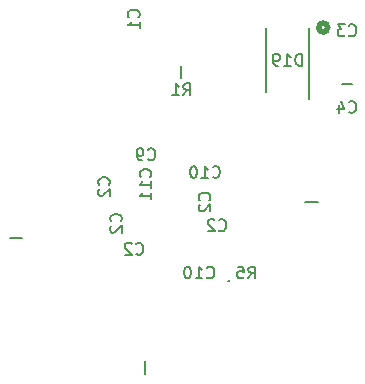
<source format=gbr>
%TF.GenerationSoftware,KiCad,Pcbnew,9.0.6*%
%TF.CreationDate,2025-12-07T19:21:49-08:00*%
%TF.ProjectId,redstone_lamp,72656473-746f-46e6-955f-6c616d702e6b,rev?*%
%TF.SameCoordinates,Original*%
%TF.FileFunction,Legend,Bot*%
%TF.FilePolarity,Positive*%
%FSLAX46Y46*%
G04 Gerber Fmt 4.6, Leading zero omitted, Abs format (unit mm)*
G04 Created by KiCad (PCBNEW 9.0.6) date 2025-12-07 19:21:49*
%MOMM*%
%LPD*%
G01*
G04 APERTURE LIST*
%ADD10C,0.150000*%
%ADD11C,0.508000*%
%ADD12C,0.200000*%
G04 APERTURE END LIST*
D10*
X130359580Y-52033333D02*
X130407200Y-51985714D01*
X130407200Y-51985714D02*
X130454819Y-51842857D01*
X130454819Y-51842857D02*
X130454819Y-51747619D01*
X130454819Y-51747619D02*
X130407200Y-51604762D01*
X130407200Y-51604762D02*
X130311961Y-51509524D01*
X130311961Y-51509524D02*
X130216723Y-51461905D01*
X130216723Y-51461905D02*
X130026247Y-51414286D01*
X130026247Y-51414286D02*
X129883390Y-51414286D01*
X129883390Y-51414286D02*
X129692914Y-51461905D01*
X129692914Y-51461905D02*
X129597676Y-51509524D01*
X129597676Y-51509524D02*
X129502438Y-51604762D01*
X129502438Y-51604762D02*
X129454819Y-51747619D01*
X129454819Y-51747619D02*
X129454819Y-51842857D01*
X129454819Y-51842857D02*
X129502438Y-51985714D01*
X129502438Y-51985714D02*
X129550057Y-52033333D01*
X129550057Y-52414286D02*
X129502438Y-52461905D01*
X129502438Y-52461905D02*
X129454819Y-52557143D01*
X129454819Y-52557143D02*
X129454819Y-52795238D01*
X129454819Y-52795238D02*
X129502438Y-52890476D01*
X129502438Y-52890476D02*
X129550057Y-52938095D01*
X129550057Y-52938095D02*
X129645295Y-52985714D01*
X129645295Y-52985714D02*
X129740533Y-52985714D01*
X129740533Y-52985714D02*
X129883390Y-52938095D01*
X129883390Y-52938095D02*
X130454819Y-52366667D01*
X130454819Y-52366667D02*
X130454819Y-52985714D01*
X138859580Y-53333333D02*
X138907200Y-53285714D01*
X138907200Y-53285714D02*
X138954819Y-53142857D01*
X138954819Y-53142857D02*
X138954819Y-53047619D01*
X138954819Y-53047619D02*
X138907200Y-52904762D01*
X138907200Y-52904762D02*
X138811961Y-52809524D01*
X138811961Y-52809524D02*
X138716723Y-52761905D01*
X138716723Y-52761905D02*
X138526247Y-52714286D01*
X138526247Y-52714286D02*
X138383390Y-52714286D01*
X138383390Y-52714286D02*
X138192914Y-52761905D01*
X138192914Y-52761905D02*
X138097676Y-52809524D01*
X138097676Y-52809524D02*
X138002438Y-52904762D01*
X138002438Y-52904762D02*
X137954819Y-53047619D01*
X137954819Y-53047619D02*
X137954819Y-53142857D01*
X137954819Y-53142857D02*
X138002438Y-53285714D01*
X138002438Y-53285714D02*
X138050057Y-53333333D01*
X138050057Y-53714286D02*
X138002438Y-53761905D01*
X138002438Y-53761905D02*
X137954819Y-53857143D01*
X137954819Y-53857143D02*
X137954819Y-54095238D01*
X137954819Y-54095238D02*
X138002438Y-54190476D01*
X138002438Y-54190476D02*
X138050057Y-54238095D01*
X138050057Y-54238095D02*
X138145295Y-54285714D01*
X138145295Y-54285714D02*
X138240533Y-54285714D01*
X138240533Y-54285714D02*
X138383390Y-54238095D01*
X138383390Y-54238095D02*
X138954819Y-53666667D01*
X138954819Y-53666667D02*
X138954819Y-54285714D01*
X132859580Y-37833333D02*
X132907200Y-37785714D01*
X132907200Y-37785714D02*
X132954819Y-37642857D01*
X132954819Y-37642857D02*
X132954819Y-37547619D01*
X132954819Y-37547619D02*
X132907200Y-37404762D01*
X132907200Y-37404762D02*
X132811961Y-37309524D01*
X132811961Y-37309524D02*
X132716723Y-37261905D01*
X132716723Y-37261905D02*
X132526247Y-37214286D01*
X132526247Y-37214286D02*
X132383390Y-37214286D01*
X132383390Y-37214286D02*
X132192914Y-37261905D01*
X132192914Y-37261905D02*
X132097676Y-37309524D01*
X132097676Y-37309524D02*
X132002438Y-37404762D01*
X132002438Y-37404762D02*
X131954819Y-37547619D01*
X131954819Y-37547619D02*
X131954819Y-37642857D01*
X131954819Y-37642857D02*
X132002438Y-37785714D01*
X132002438Y-37785714D02*
X132050057Y-37833333D01*
X132954819Y-38785714D02*
X132954819Y-38214286D01*
X132954819Y-38500000D02*
X131954819Y-38500000D01*
X131954819Y-38500000D02*
X132097676Y-38404762D01*
X132097676Y-38404762D02*
X132192914Y-38309524D01*
X132192914Y-38309524D02*
X132240533Y-38214286D01*
X132666666Y-57859580D02*
X132714285Y-57907200D01*
X132714285Y-57907200D02*
X132857142Y-57954819D01*
X132857142Y-57954819D02*
X132952380Y-57954819D01*
X132952380Y-57954819D02*
X133095237Y-57907200D01*
X133095237Y-57907200D02*
X133190475Y-57811961D01*
X133190475Y-57811961D02*
X133238094Y-57716723D01*
X133238094Y-57716723D02*
X133285713Y-57526247D01*
X133285713Y-57526247D02*
X133285713Y-57383390D01*
X133285713Y-57383390D02*
X133238094Y-57192914D01*
X133238094Y-57192914D02*
X133190475Y-57097676D01*
X133190475Y-57097676D02*
X133095237Y-57002438D01*
X133095237Y-57002438D02*
X132952380Y-56954819D01*
X132952380Y-56954819D02*
X132857142Y-56954819D01*
X132857142Y-56954819D02*
X132714285Y-57002438D01*
X132714285Y-57002438D02*
X132666666Y-57050057D01*
X132285713Y-57050057D02*
X132238094Y-57002438D01*
X132238094Y-57002438D02*
X132142856Y-56954819D01*
X132142856Y-56954819D02*
X131904761Y-56954819D01*
X131904761Y-56954819D02*
X131809523Y-57002438D01*
X131809523Y-57002438D02*
X131761904Y-57050057D01*
X131761904Y-57050057D02*
X131714285Y-57145295D01*
X131714285Y-57145295D02*
X131714285Y-57240533D01*
X131714285Y-57240533D02*
X131761904Y-57383390D01*
X131761904Y-57383390D02*
X132333332Y-57954819D01*
X132333332Y-57954819D02*
X131714285Y-57954819D01*
X133666666Y-49859580D02*
X133714285Y-49907200D01*
X133714285Y-49907200D02*
X133857142Y-49954819D01*
X133857142Y-49954819D02*
X133952380Y-49954819D01*
X133952380Y-49954819D02*
X134095237Y-49907200D01*
X134095237Y-49907200D02*
X134190475Y-49811961D01*
X134190475Y-49811961D02*
X134238094Y-49716723D01*
X134238094Y-49716723D02*
X134285713Y-49526247D01*
X134285713Y-49526247D02*
X134285713Y-49383390D01*
X134285713Y-49383390D02*
X134238094Y-49192914D01*
X134238094Y-49192914D02*
X134190475Y-49097676D01*
X134190475Y-49097676D02*
X134095237Y-49002438D01*
X134095237Y-49002438D02*
X133952380Y-48954819D01*
X133952380Y-48954819D02*
X133857142Y-48954819D01*
X133857142Y-48954819D02*
X133714285Y-49002438D01*
X133714285Y-49002438D02*
X133666666Y-49050057D01*
X133190475Y-49954819D02*
X132999999Y-49954819D01*
X132999999Y-49954819D02*
X132904761Y-49907200D01*
X132904761Y-49907200D02*
X132857142Y-49859580D01*
X132857142Y-49859580D02*
X132761904Y-49716723D01*
X132761904Y-49716723D02*
X132714285Y-49526247D01*
X132714285Y-49526247D02*
X132714285Y-49145295D01*
X132714285Y-49145295D02*
X132761904Y-49050057D01*
X132761904Y-49050057D02*
X132809523Y-49002438D01*
X132809523Y-49002438D02*
X132904761Y-48954819D01*
X132904761Y-48954819D02*
X133095237Y-48954819D01*
X133095237Y-48954819D02*
X133190475Y-49002438D01*
X133190475Y-49002438D02*
X133238094Y-49050057D01*
X133238094Y-49050057D02*
X133285713Y-49145295D01*
X133285713Y-49145295D02*
X133285713Y-49383390D01*
X133285713Y-49383390D02*
X133238094Y-49478628D01*
X133238094Y-49478628D02*
X133190475Y-49526247D01*
X133190475Y-49526247D02*
X133095237Y-49573866D01*
X133095237Y-49573866D02*
X132904761Y-49573866D01*
X132904761Y-49573866D02*
X132809523Y-49526247D01*
X132809523Y-49526247D02*
X132761904Y-49478628D01*
X132761904Y-49478628D02*
X132714285Y-49383390D01*
X136666666Y-44454819D02*
X136999999Y-43978628D01*
X137238094Y-44454819D02*
X137238094Y-43454819D01*
X137238094Y-43454819D02*
X136857142Y-43454819D01*
X136857142Y-43454819D02*
X136761904Y-43502438D01*
X136761904Y-43502438D02*
X136714285Y-43550057D01*
X136714285Y-43550057D02*
X136666666Y-43645295D01*
X136666666Y-43645295D02*
X136666666Y-43788152D01*
X136666666Y-43788152D02*
X136714285Y-43883390D01*
X136714285Y-43883390D02*
X136761904Y-43931009D01*
X136761904Y-43931009D02*
X136857142Y-43978628D01*
X136857142Y-43978628D02*
X137238094Y-43978628D01*
X135714285Y-44454819D02*
X136285713Y-44454819D01*
X135999999Y-44454819D02*
X135999999Y-43454819D01*
X135999999Y-43454819D02*
X136095237Y-43597676D01*
X136095237Y-43597676D02*
X136190475Y-43692914D01*
X136190475Y-43692914D02*
X136285713Y-43740533D01*
X150666666Y-39359580D02*
X150714285Y-39407200D01*
X150714285Y-39407200D02*
X150857142Y-39454819D01*
X150857142Y-39454819D02*
X150952380Y-39454819D01*
X150952380Y-39454819D02*
X151095237Y-39407200D01*
X151095237Y-39407200D02*
X151190475Y-39311961D01*
X151190475Y-39311961D02*
X151238094Y-39216723D01*
X151238094Y-39216723D02*
X151285713Y-39026247D01*
X151285713Y-39026247D02*
X151285713Y-38883390D01*
X151285713Y-38883390D02*
X151238094Y-38692914D01*
X151238094Y-38692914D02*
X151190475Y-38597676D01*
X151190475Y-38597676D02*
X151095237Y-38502438D01*
X151095237Y-38502438D02*
X150952380Y-38454819D01*
X150952380Y-38454819D02*
X150857142Y-38454819D01*
X150857142Y-38454819D02*
X150714285Y-38502438D01*
X150714285Y-38502438D02*
X150666666Y-38550057D01*
X150333332Y-38454819D02*
X149714285Y-38454819D01*
X149714285Y-38454819D02*
X150047618Y-38835771D01*
X150047618Y-38835771D02*
X149904761Y-38835771D01*
X149904761Y-38835771D02*
X149809523Y-38883390D01*
X149809523Y-38883390D02*
X149761904Y-38931009D01*
X149761904Y-38931009D02*
X149714285Y-39026247D01*
X149714285Y-39026247D02*
X149714285Y-39264342D01*
X149714285Y-39264342D02*
X149761904Y-39359580D01*
X149761904Y-39359580D02*
X149809523Y-39407200D01*
X149809523Y-39407200D02*
X149904761Y-39454819D01*
X149904761Y-39454819D02*
X150190475Y-39454819D01*
X150190475Y-39454819D02*
X150285713Y-39407200D01*
X150285713Y-39407200D02*
X150333332Y-39359580D01*
X146714285Y-41954819D02*
X146714285Y-40954819D01*
X146714285Y-40954819D02*
X146476190Y-40954819D01*
X146476190Y-40954819D02*
X146333333Y-41002438D01*
X146333333Y-41002438D02*
X146238095Y-41097676D01*
X146238095Y-41097676D02*
X146190476Y-41192914D01*
X146190476Y-41192914D02*
X146142857Y-41383390D01*
X146142857Y-41383390D02*
X146142857Y-41526247D01*
X146142857Y-41526247D02*
X146190476Y-41716723D01*
X146190476Y-41716723D02*
X146238095Y-41811961D01*
X146238095Y-41811961D02*
X146333333Y-41907200D01*
X146333333Y-41907200D02*
X146476190Y-41954819D01*
X146476190Y-41954819D02*
X146714285Y-41954819D01*
X145190476Y-41954819D02*
X145761904Y-41954819D01*
X145476190Y-41954819D02*
X145476190Y-40954819D01*
X145476190Y-40954819D02*
X145571428Y-41097676D01*
X145571428Y-41097676D02*
X145666666Y-41192914D01*
X145666666Y-41192914D02*
X145761904Y-41240533D01*
X144714285Y-41954819D02*
X144523809Y-41954819D01*
X144523809Y-41954819D02*
X144428571Y-41907200D01*
X144428571Y-41907200D02*
X144380952Y-41859580D01*
X144380952Y-41859580D02*
X144285714Y-41716723D01*
X144285714Y-41716723D02*
X144238095Y-41526247D01*
X144238095Y-41526247D02*
X144238095Y-41145295D01*
X144238095Y-41145295D02*
X144285714Y-41050057D01*
X144285714Y-41050057D02*
X144333333Y-41002438D01*
X144333333Y-41002438D02*
X144428571Y-40954819D01*
X144428571Y-40954819D02*
X144619047Y-40954819D01*
X144619047Y-40954819D02*
X144714285Y-41002438D01*
X144714285Y-41002438D02*
X144761904Y-41050057D01*
X144761904Y-41050057D02*
X144809523Y-41145295D01*
X144809523Y-41145295D02*
X144809523Y-41383390D01*
X144809523Y-41383390D02*
X144761904Y-41478628D01*
X144761904Y-41478628D02*
X144714285Y-41526247D01*
X144714285Y-41526247D02*
X144619047Y-41573866D01*
X144619047Y-41573866D02*
X144428571Y-41573866D01*
X144428571Y-41573866D02*
X144333333Y-41526247D01*
X144333333Y-41526247D02*
X144285714Y-41478628D01*
X144285714Y-41478628D02*
X144238095Y-41383390D01*
X131359580Y-55133333D02*
X131407200Y-55085714D01*
X131407200Y-55085714D02*
X131454819Y-54942857D01*
X131454819Y-54942857D02*
X131454819Y-54847619D01*
X131454819Y-54847619D02*
X131407200Y-54704762D01*
X131407200Y-54704762D02*
X131311961Y-54609524D01*
X131311961Y-54609524D02*
X131216723Y-54561905D01*
X131216723Y-54561905D02*
X131026247Y-54514286D01*
X131026247Y-54514286D02*
X130883390Y-54514286D01*
X130883390Y-54514286D02*
X130692914Y-54561905D01*
X130692914Y-54561905D02*
X130597676Y-54609524D01*
X130597676Y-54609524D02*
X130502438Y-54704762D01*
X130502438Y-54704762D02*
X130454819Y-54847619D01*
X130454819Y-54847619D02*
X130454819Y-54942857D01*
X130454819Y-54942857D02*
X130502438Y-55085714D01*
X130502438Y-55085714D02*
X130550057Y-55133333D01*
X130550057Y-55514286D02*
X130502438Y-55561905D01*
X130502438Y-55561905D02*
X130454819Y-55657143D01*
X130454819Y-55657143D02*
X130454819Y-55895238D01*
X130454819Y-55895238D02*
X130502438Y-55990476D01*
X130502438Y-55990476D02*
X130550057Y-56038095D01*
X130550057Y-56038095D02*
X130645295Y-56085714D01*
X130645295Y-56085714D02*
X130740533Y-56085714D01*
X130740533Y-56085714D02*
X130883390Y-56038095D01*
X130883390Y-56038095D02*
X131454819Y-55466667D01*
X131454819Y-55466667D02*
X131454819Y-56085714D01*
X139142857Y-51359580D02*
X139190476Y-51407200D01*
X139190476Y-51407200D02*
X139333333Y-51454819D01*
X139333333Y-51454819D02*
X139428571Y-51454819D01*
X139428571Y-51454819D02*
X139571428Y-51407200D01*
X139571428Y-51407200D02*
X139666666Y-51311961D01*
X139666666Y-51311961D02*
X139714285Y-51216723D01*
X139714285Y-51216723D02*
X139761904Y-51026247D01*
X139761904Y-51026247D02*
X139761904Y-50883390D01*
X139761904Y-50883390D02*
X139714285Y-50692914D01*
X139714285Y-50692914D02*
X139666666Y-50597676D01*
X139666666Y-50597676D02*
X139571428Y-50502438D01*
X139571428Y-50502438D02*
X139428571Y-50454819D01*
X139428571Y-50454819D02*
X139333333Y-50454819D01*
X139333333Y-50454819D02*
X139190476Y-50502438D01*
X139190476Y-50502438D02*
X139142857Y-50550057D01*
X138190476Y-51454819D02*
X138761904Y-51454819D01*
X138476190Y-51454819D02*
X138476190Y-50454819D01*
X138476190Y-50454819D02*
X138571428Y-50597676D01*
X138571428Y-50597676D02*
X138666666Y-50692914D01*
X138666666Y-50692914D02*
X138761904Y-50740533D01*
X137571428Y-50454819D02*
X137476190Y-50454819D01*
X137476190Y-50454819D02*
X137380952Y-50502438D01*
X137380952Y-50502438D02*
X137333333Y-50550057D01*
X137333333Y-50550057D02*
X137285714Y-50645295D01*
X137285714Y-50645295D02*
X137238095Y-50835771D01*
X137238095Y-50835771D02*
X137238095Y-51073866D01*
X137238095Y-51073866D02*
X137285714Y-51264342D01*
X137285714Y-51264342D02*
X137333333Y-51359580D01*
X137333333Y-51359580D02*
X137380952Y-51407200D01*
X137380952Y-51407200D02*
X137476190Y-51454819D01*
X137476190Y-51454819D02*
X137571428Y-51454819D01*
X137571428Y-51454819D02*
X137666666Y-51407200D01*
X137666666Y-51407200D02*
X137714285Y-51359580D01*
X137714285Y-51359580D02*
X137761904Y-51264342D01*
X137761904Y-51264342D02*
X137809523Y-51073866D01*
X137809523Y-51073866D02*
X137809523Y-50835771D01*
X137809523Y-50835771D02*
X137761904Y-50645295D01*
X137761904Y-50645295D02*
X137714285Y-50550057D01*
X137714285Y-50550057D02*
X137666666Y-50502438D01*
X137666666Y-50502438D02*
X137571428Y-50454819D01*
X138642857Y-59859580D02*
X138690476Y-59907200D01*
X138690476Y-59907200D02*
X138833333Y-59954819D01*
X138833333Y-59954819D02*
X138928571Y-59954819D01*
X138928571Y-59954819D02*
X139071428Y-59907200D01*
X139071428Y-59907200D02*
X139166666Y-59811961D01*
X139166666Y-59811961D02*
X139214285Y-59716723D01*
X139214285Y-59716723D02*
X139261904Y-59526247D01*
X139261904Y-59526247D02*
X139261904Y-59383390D01*
X139261904Y-59383390D02*
X139214285Y-59192914D01*
X139214285Y-59192914D02*
X139166666Y-59097676D01*
X139166666Y-59097676D02*
X139071428Y-59002438D01*
X139071428Y-59002438D02*
X138928571Y-58954819D01*
X138928571Y-58954819D02*
X138833333Y-58954819D01*
X138833333Y-58954819D02*
X138690476Y-59002438D01*
X138690476Y-59002438D02*
X138642857Y-59050057D01*
X137690476Y-59954819D02*
X138261904Y-59954819D01*
X137976190Y-59954819D02*
X137976190Y-58954819D01*
X137976190Y-58954819D02*
X138071428Y-59097676D01*
X138071428Y-59097676D02*
X138166666Y-59192914D01*
X138166666Y-59192914D02*
X138261904Y-59240533D01*
X137071428Y-58954819D02*
X136976190Y-58954819D01*
X136976190Y-58954819D02*
X136880952Y-59002438D01*
X136880952Y-59002438D02*
X136833333Y-59050057D01*
X136833333Y-59050057D02*
X136785714Y-59145295D01*
X136785714Y-59145295D02*
X136738095Y-59335771D01*
X136738095Y-59335771D02*
X136738095Y-59573866D01*
X136738095Y-59573866D02*
X136785714Y-59764342D01*
X136785714Y-59764342D02*
X136833333Y-59859580D01*
X136833333Y-59859580D02*
X136880952Y-59907200D01*
X136880952Y-59907200D02*
X136976190Y-59954819D01*
X136976190Y-59954819D02*
X137071428Y-59954819D01*
X137071428Y-59954819D02*
X137166666Y-59907200D01*
X137166666Y-59907200D02*
X137214285Y-59859580D01*
X137214285Y-59859580D02*
X137261904Y-59764342D01*
X137261904Y-59764342D02*
X137309523Y-59573866D01*
X137309523Y-59573866D02*
X137309523Y-59335771D01*
X137309523Y-59335771D02*
X137261904Y-59145295D01*
X137261904Y-59145295D02*
X137214285Y-59050057D01*
X137214285Y-59050057D02*
X137166666Y-59002438D01*
X137166666Y-59002438D02*
X137071428Y-58954819D01*
X139666666Y-55859580D02*
X139714285Y-55907200D01*
X139714285Y-55907200D02*
X139857142Y-55954819D01*
X139857142Y-55954819D02*
X139952380Y-55954819D01*
X139952380Y-55954819D02*
X140095237Y-55907200D01*
X140095237Y-55907200D02*
X140190475Y-55811961D01*
X140190475Y-55811961D02*
X140238094Y-55716723D01*
X140238094Y-55716723D02*
X140285713Y-55526247D01*
X140285713Y-55526247D02*
X140285713Y-55383390D01*
X140285713Y-55383390D02*
X140238094Y-55192914D01*
X140238094Y-55192914D02*
X140190475Y-55097676D01*
X140190475Y-55097676D02*
X140095237Y-55002438D01*
X140095237Y-55002438D02*
X139952380Y-54954819D01*
X139952380Y-54954819D02*
X139857142Y-54954819D01*
X139857142Y-54954819D02*
X139714285Y-55002438D01*
X139714285Y-55002438D02*
X139666666Y-55050057D01*
X139285713Y-55050057D02*
X139238094Y-55002438D01*
X139238094Y-55002438D02*
X139142856Y-54954819D01*
X139142856Y-54954819D02*
X138904761Y-54954819D01*
X138904761Y-54954819D02*
X138809523Y-55002438D01*
X138809523Y-55002438D02*
X138761904Y-55050057D01*
X138761904Y-55050057D02*
X138714285Y-55145295D01*
X138714285Y-55145295D02*
X138714285Y-55240533D01*
X138714285Y-55240533D02*
X138761904Y-55383390D01*
X138761904Y-55383390D02*
X139333332Y-55954819D01*
X139333332Y-55954819D02*
X138714285Y-55954819D01*
X150666666Y-45859580D02*
X150714285Y-45907200D01*
X150714285Y-45907200D02*
X150857142Y-45954819D01*
X150857142Y-45954819D02*
X150952380Y-45954819D01*
X150952380Y-45954819D02*
X151095237Y-45907200D01*
X151095237Y-45907200D02*
X151190475Y-45811961D01*
X151190475Y-45811961D02*
X151238094Y-45716723D01*
X151238094Y-45716723D02*
X151285713Y-45526247D01*
X151285713Y-45526247D02*
X151285713Y-45383390D01*
X151285713Y-45383390D02*
X151238094Y-45192914D01*
X151238094Y-45192914D02*
X151190475Y-45097676D01*
X151190475Y-45097676D02*
X151095237Y-45002438D01*
X151095237Y-45002438D02*
X150952380Y-44954819D01*
X150952380Y-44954819D02*
X150857142Y-44954819D01*
X150857142Y-44954819D02*
X150714285Y-45002438D01*
X150714285Y-45002438D02*
X150666666Y-45050057D01*
X149809523Y-45288152D02*
X149809523Y-45954819D01*
X150047618Y-44907200D02*
X150285713Y-45621485D01*
X150285713Y-45621485D02*
X149666666Y-45621485D01*
X133859580Y-51357142D02*
X133907200Y-51309523D01*
X133907200Y-51309523D02*
X133954819Y-51166666D01*
X133954819Y-51166666D02*
X133954819Y-51071428D01*
X133954819Y-51071428D02*
X133907200Y-50928571D01*
X133907200Y-50928571D02*
X133811961Y-50833333D01*
X133811961Y-50833333D02*
X133716723Y-50785714D01*
X133716723Y-50785714D02*
X133526247Y-50738095D01*
X133526247Y-50738095D02*
X133383390Y-50738095D01*
X133383390Y-50738095D02*
X133192914Y-50785714D01*
X133192914Y-50785714D02*
X133097676Y-50833333D01*
X133097676Y-50833333D02*
X133002438Y-50928571D01*
X133002438Y-50928571D02*
X132954819Y-51071428D01*
X132954819Y-51071428D02*
X132954819Y-51166666D01*
X132954819Y-51166666D02*
X133002438Y-51309523D01*
X133002438Y-51309523D02*
X133050057Y-51357142D01*
X133954819Y-52309523D02*
X133954819Y-51738095D01*
X133954819Y-52023809D02*
X132954819Y-52023809D01*
X132954819Y-52023809D02*
X133097676Y-51928571D01*
X133097676Y-51928571D02*
X133192914Y-51833333D01*
X133192914Y-51833333D02*
X133240533Y-51738095D01*
X133954819Y-53261904D02*
X133954819Y-52690476D01*
X133954819Y-52976190D02*
X132954819Y-52976190D01*
X132954819Y-52976190D02*
X133097676Y-52880952D01*
X133097676Y-52880952D02*
X133192914Y-52785714D01*
X133192914Y-52785714D02*
X133240533Y-52690476D01*
X142166666Y-59954819D02*
X142499999Y-59478628D01*
X142738094Y-59954819D02*
X142738094Y-58954819D01*
X142738094Y-58954819D02*
X142357142Y-58954819D01*
X142357142Y-58954819D02*
X142261904Y-59002438D01*
X142261904Y-59002438D02*
X142214285Y-59050057D01*
X142214285Y-59050057D02*
X142166666Y-59145295D01*
X142166666Y-59145295D02*
X142166666Y-59288152D01*
X142166666Y-59288152D02*
X142214285Y-59383390D01*
X142214285Y-59383390D02*
X142261904Y-59431009D01*
X142261904Y-59431009D02*
X142357142Y-59478628D01*
X142357142Y-59478628D02*
X142738094Y-59478628D01*
X141261904Y-58954819D02*
X141738094Y-58954819D01*
X141738094Y-58954819D02*
X141785713Y-59431009D01*
X141785713Y-59431009D02*
X141738094Y-59383390D01*
X141738094Y-59383390D02*
X141642856Y-59335771D01*
X141642856Y-59335771D02*
X141404761Y-59335771D01*
X141404761Y-59335771D02*
X141309523Y-59383390D01*
X141309523Y-59383390D02*
X141261904Y-59431009D01*
X141261904Y-59431009D02*
X141214285Y-59526247D01*
X141214285Y-59526247D02*
X141214285Y-59764342D01*
X141214285Y-59764342D02*
X141261904Y-59859580D01*
X141261904Y-59859580D02*
X141309523Y-59907200D01*
X141309523Y-59907200D02*
X141404761Y-59954819D01*
X141404761Y-59954819D02*
X141642856Y-59954819D01*
X141642856Y-59954819D02*
X141738094Y-59907200D01*
X141738094Y-59907200D02*
X141785713Y-59859580D01*
D11*
%TO.C,U2*%
X148881000Y-38720100D02*
G75*
G02*
X148119000Y-38720100I-381000J0D01*
G01*
X148119000Y-38720100D02*
G75*
G02*
X148881000Y-38720100I381000J0D01*
G01*
D12*
%TO.C,R1*%
X136500000Y-41975000D02*
X136500000Y-43025000D01*
%TO.C,D19*%
X143690000Y-44200000D02*
X143690000Y-38800000D01*
X147310000Y-38800000D02*
X147310000Y-44775000D01*
%TO.C,R2*%
X146975000Y-53500000D02*
X148025000Y-53500000D01*
%TO.C,R4*%
X123025000Y-56500000D02*
X121975000Y-56500000D01*
%TO.C,C4*%
X150100000Y-43500000D02*
X150900000Y-43500000D01*
%TO.C,R3*%
X133450000Y-68025000D02*
X133450000Y-66975000D01*
%TO.C,R5*%
X140550000Y-60200000D02*
G75*
G02*
X140450000Y-60200000I-50000J0D01*
G01*
X140450000Y-60200000D02*
G75*
G02*
X140550000Y-60200000I50000J0D01*
G01*
%TD*%
M02*

</source>
